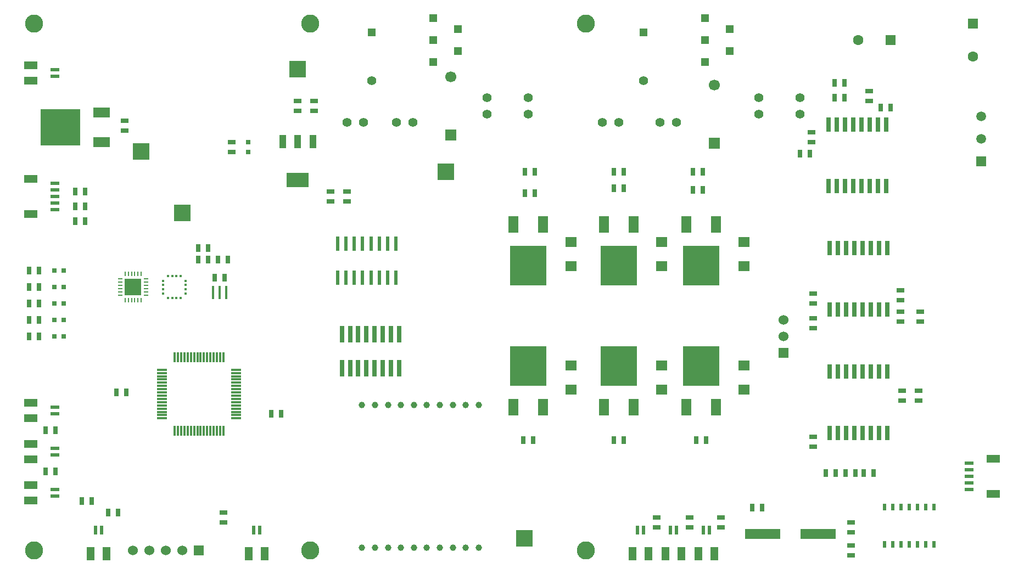
<source format=gts>
G04 (created by PCBNEW (2013-05-31 BZR 4019)-stable) date 6/4/2013 8:20:18 PM*
%MOIN*%
G04 Gerber Fmt 3.4, Leading zero omitted, Abs format*
%FSLAX34Y34*%
G01*
G70*
G90*
G04 APERTURE LIST*
%ADD10C,0.00590551*%
%ADD11R,0.0157X0.0787*%
%ADD12R,0.0590551X0.0590551*%
%ADD13C,0.0590551*%
%ADD14R,0.015748X0.011811*%
%ADD15R,0.011811X0.015748*%
%ADD16R,0.025X0.045*%
%ADD17R,0.045X0.025*%
%ADD18R,0.0984X0.0984*%
%ADD19O,0.0315X0.0098*%
%ADD20O,0.0098X0.0315*%
%ADD21C,0.0315*%
%ADD22R,0.06X0.06*%
%ADD23C,0.06*%
%ADD24R,0.011811X0.0590551*%
%ADD25R,0.0590551X0.011811*%
%ADD26R,0.0314X0.0314*%
%ADD27C,0.055*%
%ADD28R,0.1378X0.0866*%
%ADD29R,0.0433X0.0787*%
%ADD30R,0.0531496X0.023622*%
%ADD31R,0.0787402X0.0472441*%
%ADD32C,0.11*%
%ADD33R,0.0511811X0.0511811*%
%ADD34C,0.0551181*%
%ADD35R,0.0669291X0.0669291*%
%ADD36C,0.0669291*%
%ADD37R,0.216535X0.0590551*%
%ADD38C,0.0393701*%
%ADD39R,0.0236X0.0866*%
%ADD40R,0.0295X0.1024*%
%ADD41R,0.0629921X0.0629921*%
%ADD42C,0.0629921*%
%ADD43R,0.023622X0.0531496*%
%ADD44R,0.0472441X0.0787402*%
%ADD45R,0.0255906X0.0885827*%
%ADD46R,0.224X0.243*%
%ADD47R,0.06X0.1*%
%ADD48R,0.243X0.224*%
%ADD49R,0.1X0.06*%
%ADD50R,0.0661417X0.0598425*%
%ADD51R,0.019685X0.0393701*%
%ADD52R,0.1X0.1*%
G04 APERTURE END LIST*
G54D10*
G54D11*
X52653Y-57340D03*
X52259Y-57340D03*
X51865Y-57340D03*
G54D12*
X98500Y-49377D03*
G54D13*
X98500Y-48000D03*
X98500Y-46622D03*
G54D14*
X50169Y-56616D03*
X50169Y-56872D03*
X50169Y-57127D03*
X50169Y-57383D03*
X48830Y-57383D03*
X48830Y-57127D03*
X48830Y-56872D03*
X48830Y-56616D03*
G54D15*
X49116Y-57669D03*
X49372Y-57669D03*
X49627Y-57669D03*
X49883Y-57669D03*
X49883Y-56330D03*
X49627Y-56330D03*
X49372Y-56330D03*
X49116Y-56330D03*
G54D16*
X76200Y-50000D03*
X76800Y-50000D03*
X71400Y-51300D03*
X70800Y-51300D03*
X70800Y-50000D03*
X71400Y-50000D03*
X89600Y-45500D03*
X90200Y-45500D03*
G54D17*
X52500Y-70700D03*
X52500Y-71300D03*
G54D16*
X89600Y-44600D03*
X90200Y-44600D03*
X88100Y-48900D03*
X87500Y-48900D03*
X40700Y-60000D03*
X41300Y-60000D03*
X40700Y-59000D03*
X41300Y-59000D03*
X40700Y-58000D03*
X41300Y-58000D03*
X40700Y-57000D03*
X41300Y-57000D03*
X40700Y-56000D03*
X41300Y-56000D03*
G54D17*
X53000Y-48800D03*
X53000Y-48200D03*
G54D18*
X47000Y-57000D03*
G54D19*
X46213Y-56508D03*
X46213Y-56705D03*
X46213Y-56902D03*
X46213Y-57098D03*
X46213Y-57295D03*
X46213Y-57492D03*
G54D20*
X46508Y-57787D03*
X46705Y-57787D03*
X46902Y-57787D03*
X47098Y-57787D03*
X47295Y-57787D03*
X47492Y-57787D03*
G54D19*
X47787Y-57492D03*
X47787Y-57295D03*
X47787Y-57098D03*
X47787Y-56902D03*
X47787Y-56705D03*
X47787Y-56508D03*
G54D20*
X47492Y-56213D03*
X47295Y-56213D03*
X47098Y-56213D03*
X46902Y-56213D03*
X46705Y-56213D03*
X46508Y-56213D03*
G54D21*
X47000Y-57000D03*
X47300Y-56700D03*
X46700Y-56700D03*
X47300Y-57300D03*
X46700Y-57300D03*
G54D22*
X51000Y-73000D03*
G54D23*
X50000Y-73000D03*
X49000Y-73000D03*
X48000Y-73000D03*
X47000Y-73000D03*
G54D22*
X86500Y-61000D03*
G54D23*
X86500Y-60000D03*
X86500Y-59000D03*
G54D24*
X49523Y-65744D03*
X49720Y-65744D03*
X49917Y-65744D03*
X50114Y-65744D03*
X50311Y-65744D03*
X50507Y-65744D03*
X50704Y-65744D03*
X50901Y-65744D03*
X51098Y-65744D03*
X51295Y-65744D03*
X51492Y-65744D03*
X51688Y-65744D03*
X51885Y-65744D03*
X52082Y-65744D03*
X52279Y-65744D03*
X52476Y-65744D03*
G54D25*
X53244Y-64976D03*
X53244Y-64779D03*
X53244Y-64582D03*
X53244Y-64385D03*
X53244Y-64188D03*
X53244Y-63992D03*
X53244Y-63795D03*
X53244Y-63598D03*
X53244Y-63401D03*
X53244Y-63204D03*
X53244Y-63007D03*
X53244Y-62811D03*
X53244Y-62614D03*
X53244Y-62417D03*
X53244Y-62220D03*
X53244Y-62023D03*
G54D24*
X52476Y-61255D03*
X52279Y-61255D03*
X52082Y-61255D03*
X51885Y-61255D03*
X51688Y-61255D03*
X51492Y-61255D03*
X51295Y-61255D03*
X51098Y-61255D03*
X50901Y-61255D03*
X50704Y-61255D03*
X50507Y-61255D03*
X50311Y-61255D03*
X50114Y-61255D03*
X49917Y-61255D03*
X49720Y-61255D03*
X49523Y-61255D03*
G54D25*
X48755Y-62023D03*
X48755Y-62220D03*
X48755Y-62417D03*
X48755Y-62614D03*
X48755Y-62811D03*
X48755Y-63007D03*
X48755Y-63204D03*
X48755Y-63401D03*
X48755Y-63598D03*
X48755Y-63795D03*
X48755Y-63992D03*
X48755Y-64188D03*
X48755Y-64385D03*
X48755Y-64582D03*
X48755Y-64779D03*
X48755Y-64976D03*
G54D26*
X42205Y-56000D03*
X42795Y-56000D03*
X42205Y-57000D03*
X42795Y-57000D03*
X42205Y-58000D03*
X42795Y-58000D03*
X42205Y-59000D03*
X42795Y-59000D03*
X54000Y-48205D03*
X54000Y-48795D03*
X42205Y-60000D03*
X42795Y-60000D03*
G54D27*
X85000Y-45500D03*
X85000Y-46500D03*
X87500Y-45500D03*
X87500Y-46500D03*
X75500Y-47000D03*
X76500Y-47000D03*
X64000Y-47000D03*
X63000Y-47000D03*
X68500Y-45500D03*
X68500Y-46500D03*
X79000Y-47000D03*
X80000Y-47000D03*
X61000Y-47000D03*
X60000Y-47000D03*
X71000Y-45500D03*
X71000Y-46500D03*
G54D28*
X57000Y-50500D03*
G54D29*
X57906Y-48177D03*
X57000Y-48177D03*
X56094Y-48177D03*
G54D30*
X97751Y-67712D03*
X97751Y-68106D03*
X97751Y-69287D03*
X97751Y-68893D03*
G54D31*
X99208Y-67437D03*
X99208Y-69562D03*
G54D30*
X97751Y-68500D03*
X42248Y-52287D03*
X42248Y-51893D03*
X42248Y-50712D03*
X42248Y-51106D03*
G54D31*
X40791Y-52562D03*
X40791Y-50437D03*
G54D30*
X42248Y-51500D03*
G54D32*
X57750Y-41000D03*
X74500Y-41000D03*
X74500Y-73000D03*
X57750Y-73000D03*
X41000Y-41000D03*
X41000Y-73000D03*
G54D33*
X78000Y-41523D03*
G54D34*
X78000Y-44476D03*
G54D33*
X61500Y-41523D03*
G54D34*
X61500Y-44476D03*
G54D33*
X81716Y-40661D03*
X81716Y-42000D03*
X81716Y-43338D03*
X83212Y-41330D03*
X83212Y-42669D03*
X65216Y-40661D03*
X65216Y-42000D03*
X65216Y-43338D03*
X66712Y-41330D03*
X66712Y-42669D03*
G54D35*
X82287Y-48271D03*
G54D36*
X82287Y-44728D03*
G54D35*
X66287Y-47771D03*
G54D36*
X66287Y-44228D03*
G54D37*
X88573Y-72012D03*
X85226Y-72012D03*
G54D38*
X60893Y-64169D03*
X61681Y-64169D03*
X62468Y-64169D03*
X63255Y-64169D03*
X64043Y-64169D03*
X64830Y-64169D03*
X65618Y-64169D03*
X66405Y-64169D03*
X67192Y-64169D03*
X67980Y-64169D03*
X67980Y-72830D03*
X67192Y-72830D03*
X66405Y-72830D03*
X65618Y-72830D03*
X64830Y-72830D03*
X64043Y-72830D03*
X63255Y-72830D03*
X62468Y-72830D03*
X61681Y-72830D03*
X60893Y-72830D03*
G54D39*
X60916Y-56424D03*
X60414Y-56424D03*
X59912Y-56424D03*
X59410Y-56424D03*
X59410Y-54376D03*
X59912Y-54376D03*
X60414Y-54376D03*
X60916Y-54376D03*
X61457Y-56424D03*
X61959Y-56424D03*
X62461Y-56424D03*
X62963Y-56424D03*
X62963Y-54376D03*
X62461Y-54376D03*
X61959Y-54376D03*
X61457Y-54376D03*
G54D40*
X63159Y-59876D03*
X62660Y-59876D03*
X62161Y-59876D03*
X61660Y-59876D03*
X61161Y-59876D03*
X60662Y-59876D03*
X60189Y-59876D03*
X59689Y-59876D03*
X59689Y-61924D03*
X60190Y-61924D03*
X60662Y-61924D03*
X61162Y-61924D03*
X61661Y-61924D03*
X62161Y-61924D03*
X62660Y-61924D03*
X63159Y-61924D03*
G54D41*
X92984Y-42000D03*
G54D42*
X91015Y-42000D03*
G54D41*
X98000Y-41015D03*
G54D42*
X98000Y-42984D03*
G54D16*
X44100Y-51200D03*
X43500Y-51200D03*
X44100Y-52100D03*
X43500Y-52100D03*
X44100Y-53000D03*
X43500Y-53000D03*
G54D17*
X60000Y-51200D03*
X60000Y-51800D03*
X91700Y-45700D03*
X91700Y-45100D03*
G54D16*
X92400Y-46100D03*
X93000Y-46100D03*
G54D17*
X59000Y-51200D03*
X59000Y-51800D03*
X58000Y-46300D03*
X58000Y-45700D03*
X57000Y-46300D03*
X57000Y-45700D03*
G54D30*
X42248Y-66803D03*
X42248Y-67196D03*
G54D31*
X40791Y-67472D03*
X40791Y-66527D03*
G54D30*
X42248Y-64303D03*
X42248Y-64696D03*
G54D31*
X40791Y-64972D03*
X40791Y-64027D03*
G54D43*
X81603Y-71751D03*
X81996Y-71751D03*
G54D44*
X82272Y-73208D03*
X81327Y-73208D03*
G54D30*
X42248Y-69303D03*
X42248Y-69696D03*
G54D31*
X40791Y-69972D03*
X40791Y-69027D03*
G54D43*
X77603Y-71751D03*
X77996Y-71751D03*
G54D44*
X78272Y-73208D03*
X77327Y-73208D03*
G54D43*
X79603Y-71751D03*
X79996Y-71751D03*
G54D44*
X80272Y-73208D03*
X79327Y-73208D03*
G54D43*
X54303Y-71751D03*
X54696Y-71751D03*
G54D44*
X54972Y-73208D03*
X54027Y-73208D03*
G54D30*
X42248Y-43803D03*
X42248Y-44196D03*
G54D31*
X40791Y-44472D03*
X40791Y-43527D03*
G54D45*
X90228Y-47129D03*
X89728Y-47129D03*
X89228Y-47129D03*
X90728Y-47129D03*
X92728Y-47129D03*
X91228Y-47129D03*
X91728Y-47129D03*
X92228Y-47129D03*
X92228Y-50870D03*
X91728Y-50870D03*
X91228Y-50870D03*
X92728Y-50870D03*
X90728Y-50870D03*
X89228Y-50870D03*
X89728Y-50870D03*
X90228Y-50870D03*
X91771Y-58370D03*
X92271Y-58370D03*
X92771Y-58370D03*
X91271Y-58370D03*
X89271Y-58370D03*
X90771Y-58370D03*
X90271Y-58370D03*
X89771Y-58370D03*
X89771Y-54629D03*
X90271Y-54629D03*
X90771Y-54629D03*
X89271Y-54629D03*
X91271Y-54629D03*
X92771Y-54629D03*
X92271Y-54629D03*
X91771Y-54629D03*
X91771Y-65870D03*
X92271Y-65870D03*
X92771Y-65870D03*
X91271Y-65870D03*
X89271Y-65870D03*
X90771Y-65870D03*
X90271Y-65870D03*
X89771Y-65870D03*
X89771Y-62129D03*
X90271Y-62129D03*
X90771Y-62129D03*
X89271Y-62129D03*
X91271Y-62129D03*
X92771Y-62129D03*
X92271Y-62129D03*
X91771Y-62129D03*
G54D46*
X71000Y-55700D03*
G54D47*
X71900Y-53200D03*
X70100Y-53200D03*
G54D46*
X76500Y-55700D03*
G54D47*
X77400Y-53200D03*
X75600Y-53200D03*
G54D46*
X81500Y-55700D03*
G54D47*
X82400Y-53200D03*
X80600Y-53200D03*
G54D46*
X71000Y-61799D03*
G54D47*
X70100Y-64299D03*
X71900Y-64299D03*
G54D46*
X76500Y-61799D03*
G54D47*
X75600Y-64299D03*
X77400Y-64299D03*
G54D48*
X42599Y-47300D03*
G54D49*
X45099Y-48200D03*
X45099Y-46400D03*
G54D46*
X81500Y-61799D03*
G54D47*
X80600Y-64299D03*
X82400Y-64299D03*
G54D50*
X73590Y-55740D03*
X73590Y-54259D03*
X79090Y-55740D03*
X79090Y-54259D03*
X84090Y-55740D03*
X84090Y-54259D03*
X73590Y-63240D03*
X73590Y-61759D03*
X79090Y-63240D03*
X79090Y-61759D03*
X84090Y-63240D03*
X84090Y-61759D03*
G54D17*
X88200Y-48200D03*
X88200Y-47600D03*
G54D16*
X52140Y-55320D03*
X52740Y-55320D03*
X51540Y-55320D03*
X50940Y-55320D03*
X51540Y-54620D03*
X50940Y-54620D03*
G54D17*
X90600Y-73300D03*
X90600Y-72700D03*
G54D16*
X84600Y-70400D03*
X85200Y-70400D03*
G54D17*
X90600Y-71300D03*
X90600Y-71900D03*
X93600Y-57200D03*
X93600Y-57800D03*
X88300Y-57400D03*
X88300Y-58000D03*
X88300Y-59500D03*
X88300Y-58900D03*
X94800Y-58500D03*
X94800Y-59100D03*
X93600Y-58500D03*
X93600Y-59100D03*
G54D16*
X90859Y-68300D03*
X90259Y-68300D03*
X89659Y-68300D03*
X89059Y-68300D03*
G54D17*
X88300Y-66700D03*
X88300Y-66100D03*
G54D16*
X91359Y-68300D03*
X91959Y-68300D03*
G54D17*
X94700Y-63900D03*
X94700Y-63300D03*
X93700Y-63900D03*
X93700Y-63300D03*
X80800Y-71600D03*
X80800Y-71000D03*
X78800Y-71600D03*
X78800Y-71000D03*
G54D16*
X44500Y-70000D03*
X43900Y-70000D03*
G54D17*
X82700Y-71600D03*
X82700Y-71000D03*
G54D16*
X41700Y-65700D03*
X42300Y-65700D03*
X41700Y-68200D03*
X42300Y-68200D03*
X52559Y-56440D03*
X51959Y-56440D03*
X55400Y-64700D03*
X56000Y-64700D03*
X46000Y-63400D03*
X46600Y-63400D03*
X76800Y-51000D03*
X76200Y-51000D03*
X81000Y-50000D03*
X81600Y-50000D03*
X81600Y-51100D03*
X81000Y-51100D03*
X70700Y-66300D03*
X71300Y-66300D03*
X76200Y-66300D03*
X76800Y-66300D03*
X81200Y-66300D03*
X81800Y-66300D03*
G54D17*
X46500Y-47500D03*
X46500Y-46900D03*
G54D51*
X95620Y-72637D03*
X95120Y-72637D03*
X94620Y-72637D03*
X94120Y-72637D03*
X93620Y-72637D03*
X93120Y-72637D03*
X92620Y-72637D03*
X92620Y-70373D03*
X93120Y-70373D03*
X93620Y-70373D03*
X94120Y-70373D03*
X94620Y-70373D03*
X95120Y-70373D03*
X95620Y-70373D03*
G54D43*
X44703Y-71751D03*
X45096Y-71751D03*
G54D44*
X45372Y-73208D03*
X44427Y-73208D03*
G54D16*
X46100Y-70700D03*
X45500Y-70700D03*
G54D52*
X70750Y-72250D03*
X50000Y-52500D03*
X47500Y-48750D03*
X57000Y-43750D03*
X66000Y-50000D03*
M02*

</source>
